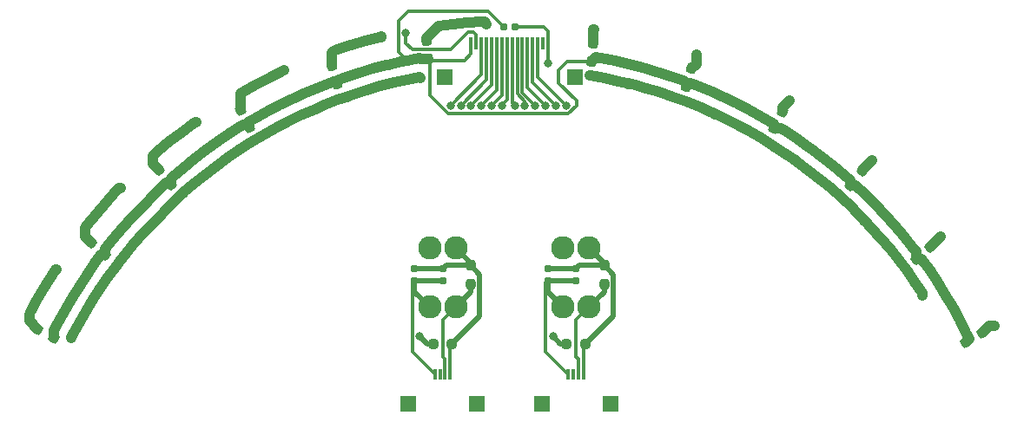
<source format=gbr>
%TF.GenerationSoftware,KiCad,Pcbnew,(6.0.4)*%
%TF.CreationDate,2022-08-25T18:27:48+09:00*%
%TF.ProjectId,total,746f7461-6c2e-46b6-9963-61645f706362,rev?*%
%TF.SameCoordinates,Original*%
%TF.FileFunction,Copper,L1,Top*%
%TF.FilePolarity,Positive*%
%FSLAX46Y46*%
G04 Gerber Fmt 4.6, Leading zero omitted, Abs format (unit mm)*
G04 Created by KiCad (PCBNEW (6.0.4)) date 2022-08-25 18:27:48*
%MOMM*%
%LPD*%
G01*
G04 APERTURE LIST*
G04 Aperture macros list*
%AMRoundRect*
0 Rectangle with rounded corners*
0 $1 Rounding radius*
0 $2 $3 $4 $5 $6 $7 $8 $9 X,Y pos of 4 corners*
0 Add a 4 corners polygon primitive as box body*
4,1,4,$2,$3,$4,$5,$6,$7,$8,$9,$2,$3,0*
0 Add four circle primitives for the rounded corners*
1,1,$1+$1,$2,$3*
1,1,$1+$1,$4,$5*
1,1,$1+$1,$6,$7*
1,1,$1+$1,$8,$9*
0 Add four rect primitives between the rounded corners*
20,1,$1+$1,$2,$3,$4,$5,0*
20,1,$1+$1,$4,$5,$6,$7,0*
20,1,$1+$1,$6,$7,$8,$9,0*
20,1,$1+$1,$8,$9,$2,$3,0*%
G04 Aperture macros list end*
%TA.AperFunction,SMDPad,CuDef*%
%ADD10RoundRect,0.155000X0.155000X-0.212500X0.155000X0.212500X-0.155000X0.212500X-0.155000X-0.212500X0*%
%TD*%
%TA.AperFunction,SMDPad,CuDef*%
%ADD11R,0.300000X1.000000*%
%TD*%
%TA.AperFunction,SMDPad,CuDef*%
%ADD12R,1.600000X1.600000*%
%TD*%
%TA.AperFunction,SMDPad,CuDef*%
%ADD13RoundRect,0.237500X-0.237500X0.250000X-0.237500X-0.250000X0.237500X-0.250000X0.237500X0.250000X0*%
%TD*%
%TA.AperFunction,ComponentPad*%
%ADD14C,2.286000*%
%TD*%
%TA.AperFunction,SMDPad,CuDef*%
%ADD15RoundRect,0.237500X0.250000X0.237500X-0.250000X0.237500X-0.250000X-0.237500X0.250000X-0.237500X0*%
%TD*%
%TA.AperFunction,SMDPad,CuDef*%
%ADD16RoundRect,0.237500X-0.035858X-0.342958X0.344345X-0.018234X0.035858X0.342958X-0.344345X0.018234X0*%
%TD*%
%TA.AperFunction,SMDPad,CuDef*%
%ADD17RoundRect,0.237500X0.030241X-0.343499X0.341498X0.047805X-0.030241X0.343499X-0.341498X-0.047805X0*%
%TD*%
%TA.AperFunction,SMDPad,CuDef*%
%ADD18RoundRect,0.237500X0.156716X-0.307159X0.298724X0.172251X-0.156716X0.307159X-0.298724X-0.172251X0*%
%TD*%
%TA.AperFunction,SMDPad,CuDef*%
%ADD19RoundRect,0.237500X0.212445X-0.271612X0.260368X0.226086X-0.212445X0.271612X-0.260368X-0.226086X0*%
%TD*%
%TA.AperFunction,SMDPad,CuDef*%
%ADD20R,0.300000X1.300000*%
%TD*%
%TA.AperFunction,SMDPad,CuDef*%
%ADD21RoundRect,0.155000X-0.212500X-0.155000X0.212500X-0.155000X0.212500X0.155000X-0.212500X0.155000X0*%
%TD*%
%TA.AperFunction,SMDPad,CuDef*%
%ADD22RoundRect,0.237500X0.298724X-0.172251X0.156716X0.307159X-0.298724X0.172251X-0.156716X-0.307159X0*%
%TD*%
%TA.AperFunction,SMDPad,CuDef*%
%ADD23RoundRect,0.237500X0.344345X0.018234X-0.035858X0.342958X-0.344345X-0.018234X0.035858X-0.342958X0*%
%TD*%
%TA.AperFunction,SMDPad,CuDef*%
%ADD24RoundRect,0.237500X-0.100638X-0.329815X0.334540X-0.083604X0.100638X0.329815X-0.334540X0.083604X0*%
%TD*%
%TA.AperFunction,SMDPad,CuDef*%
%ADD25RoundRect,0.237500X0.341498X-0.047805X0.030241X0.343499X-0.341498X0.047805X-0.030241X-0.343499X0*%
%TD*%
%TA.AperFunction,SMDPad,CuDef*%
%ADD26RoundRect,0.237500X0.334540X0.083604X-0.100638X0.329815X-0.334540X-0.083604X0.100638X-0.329815X0*%
%TD*%
%TA.AperFunction,SMDPad,CuDef*%
%ADD27RoundRect,0.237500X0.326102X-0.112087X0.095228X0.331418X-0.326102X0.112087X-0.095228X-0.331418X0*%
%TD*%
%TA.AperFunction,SMDPad,CuDef*%
%ADD28RoundRect,0.237500X0.095228X-0.331418X0.326102X0.112087X-0.095228X0.331418X-0.326102X-0.112087X0*%
%TD*%
%TA.AperFunction,SMDPad,CuDef*%
%ADD29RoundRect,0.237500X0.260368X-0.226086X0.212445X0.271612X-0.260368X0.226086X-0.212445X-0.271612X0*%
%TD*%
%TA.AperFunction,ViaPad*%
%ADD30C,0.800000*%
%TD*%
%TA.AperFunction,Conductor*%
%ADD31C,0.500000*%
%TD*%
%TA.AperFunction,Conductor*%
%ADD32C,0.300000*%
%TD*%
%TA.AperFunction,Conductor*%
%ADD33C,1.000000*%
%TD*%
G04 APERTURE END LIST*
D10*
%TO.P,C4,1*%
%TO.N,GND2*%
X154465475Y-78393530D03*
%TO.P,C4,2*%
%TO.N,+5V*%
X154465475Y-77258530D03*
%TD*%
D11*
%TO.P,J2,1,Pin_1*%
%TO.N,GND2*%
X153727975Y-87551030D03*
%TO.P,J2,2,Pin_2*%
%TO.N,unconnected-(J1-Pad2)*%
X154227975Y-87551030D03*
%TO.P,J2,3,Pin_3*%
%TO.N,Net-(J1-Pad3)*%
X154702975Y-87551030D03*
%TO.P,J2,4,Pin_4*%
%TO.N,+5V*%
X155202975Y-87551030D03*
D12*
%TO.P,J2,MP*%
%TO.N,N/C*%
X157815475Y-90426030D03*
X151115475Y-90426030D03*
%TD*%
D10*
%TO.P,C3,1*%
%TO.N,GND2*%
X151715475Y-78393530D03*
%TO.P,C3,2*%
%TO.N,+5V*%
X151715475Y-77258530D03*
%TD*%
D13*
%TO.P,R6,1*%
%TO.N,+5V*%
X157215475Y-76913530D03*
%TO.P,R6,2*%
%TO.N,Net-(J1-Pad3)*%
X157215475Y-78738530D03*
%TD*%
D14*
%TO.P,U2,1,Cathode*%
%TO.N,Net-(D1-Pad1)*%
X153195475Y-75201030D03*
%TO.P,U2,2,Vcc*%
%TO.N,+5V*%
X155735475Y-75201030D03*
%TO.P,U2,3,Vout*%
%TO.N,Net-(J1-Pad3)*%
X155735475Y-80951030D03*
%TO.P,U2,4,GND*%
%TO.N,GND2*%
X153195475Y-80951030D03*
%TD*%
D15*
%TO.P,R3,1*%
%TO.N,+5V*%
X155377975Y-84576030D03*
%TO.P,R3,2*%
%TO.N,Net-(D1-Pad2)*%
X153552975Y-84576030D03*
%TD*%
D13*
%TO.P,R2,1*%
%TO.N,+5V*%
X144215475Y-76913530D03*
%TO.P,R2,2*%
%TO.N,Net-(J1-Pad3)*%
X144215475Y-78738530D03*
%TD*%
D10*
%TO.P,C1,1*%
%TO.N,GND2*%
X138715475Y-78393530D03*
%TO.P,C1,2*%
%TO.N,+5V*%
X138715475Y-77258530D03*
%TD*%
D15*
%TO.P,R1,1*%
%TO.N,+5V*%
X142377975Y-84576030D03*
%TO.P,R1,2*%
%TO.N,Net-(D1-Pad2)*%
X140552975Y-84576030D03*
%TD*%
D10*
%TO.P,C2,1*%
%TO.N,GND2*%
X141465475Y-78393530D03*
%TO.P,C2,2*%
%TO.N,+5V*%
X141465475Y-77258530D03*
%TD*%
D11*
%TO.P,J1,1,Pin_1*%
%TO.N,GND2*%
X140727975Y-87551030D03*
%TO.P,J1,2,Pin_2*%
%TO.N,unconnected-(J1-Pad2)*%
X141227975Y-87551030D03*
%TO.P,J1,3,Pin_3*%
%TO.N,Net-(J1-Pad3)*%
X141702975Y-87551030D03*
%TO.P,J1,4,Pin_4*%
%TO.N,+5V*%
X142202975Y-87551030D03*
D12*
%TO.P,J1,MP*%
%TO.N,N/C*%
X144815475Y-90426030D03*
X138115475Y-90426030D03*
%TD*%
D14*
%TO.P,U1,1,Cathode*%
%TO.N,Net-(D1-Pad1)*%
X140195475Y-75201030D03*
%TO.P,U1,2,Vcc*%
%TO.N,+5V*%
X142735475Y-75201030D03*
%TO.P,U1,3,Vout*%
%TO.N,Net-(J1-Pad3)*%
X142735475Y-80951030D03*
%TO.P,U1,4,GND*%
%TO.N,GND2*%
X140195475Y-80951030D03*
%TD*%
D16*
%TO.P,R5,1*%
%TO.N,+3V3*%
X187606130Y-76268631D03*
%TO.P,R5,2*%
%TO.N,Net-(D5-Pad2)*%
X188993870Y-75083389D03*
%TD*%
D17*
%TO.P,R8,1*%
%TO.N,+3V3*%
X181231955Y-69090140D03*
%TO.P,R8,2*%
%TO.N,Net-(D7-Pad2)*%
X182368045Y-67661880D03*
%TD*%
D18*
%TO.P,R12,1*%
%TO.N,+3V3*%
X165240836Y-59450933D03*
%TO.P,R12,2*%
%TO.N,Net-(D11-Pad2)*%
X165759164Y-57701087D03*
%TD*%
D19*
%TO.P,R14,1*%
%TO.N,+3V3*%
X156012541Y-56984309D03*
%TO.P,R14,2*%
%TO.N,Net-(D13-Pad2)*%
X156187459Y-55167711D03*
%TD*%
D20*
%TO.P,J1,1,Pin_1*%
%TO.N,+3V3*%
X144250000Y-55226010D03*
%TO.P,J1,2,Pin_2*%
%TO.N,Net-(D1-Pad1)*%
X144750000Y-55226010D03*
%TO.P,J1,3,Pin_3*%
%TO.N,Net-(J1-Pad3)*%
X145250000Y-55226010D03*
%TO.P,J1,4,Pin_4*%
%TO.N,Net-(J1-Pad4)*%
X145750000Y-55226010D03*
%TO.P,J1,5,Pin_5*%
%TO.N,Net-(J1-Pad5)*%
X146250000Y-55226010D03*
%TO.P,J1,6,Pin_6*%
%TO.N,Net-(J1-Pad6)*%
X146750000Y-55226010D03*
%TO.P,J1,7,Pin_7*%
%TO.N,Net-(J1-Pad7)*%
X147250000Y-55226010D03*
%TO.P,J1,8,Pin_8*%
%TO.N,Net-(J1-Pad8)*%
X147750000Y-55226010D03*
%TO.P,J1,9,Pin_9*%
%TO.N,Net-(J1-Pad9)*%
X148250000Y-55226010D03*
%TO.P,J1,10,Pin_10*%
%TO.N,Net-(J1-Pad10)*%
X148750000Y-55226010D03*
%TO.P,J1,11,Pin_11*%
%TO.N,Net-(J1-Pad11)*%
X149250000Y-55226010D03*
%TO.P,J1,12,Pin_12*%
%TO.N,Net-(J1-Pad12)*%
X149750000Y-55226010D03*
%TO.P,J1,13,Pin_13*%
%TO.N,Net-(J1-Pad13)*%
X150250000Y-55226010D03*
%TO.P,J1,14,Pin_14*%
%TO.N,Net-(J1-Pad14)*%
X150750000Y-55226010D03*
%TO.P,J1,15,Pin_15*%
%TO.N,unconnected-(J1-Pad15)*%
X151250000Y-55226010D03*
%TO.P,J1,16,Pin_16*%
%TO.N,GND1*%
X151750000Y-55226010D03*
D12*
%TO.P,J1,MP*%
%TO.N,N/C*%
X141650000Y-58476010D03*
X154350000Y-58476010D03*
%TD*%
D21*
%TO.P,C1,1*%
%TO.N,+3V3*%
X147432500Y-53576010D03*
%TO.P,C1,2*%
%TO.N,GND1*%
X148567500Y-53576010D03*
%TD*%
D22*
%TO.P,R11,1*%
%TO.N,+3V3*%
X131159164Y-59200933D03*
%TO.P,R11,2*%
%TO.N,Net-(D10-Pad2)*%
X130640836Y-57451087D03*
%TD*%
D23*
%TO.P,R4,1*%
%TO.N,+3V3*%
X108593870Y-75868631D03*
%TO.P,R4,2*%
%TO.N,Net-(D4-Pad2)*%
X107206130Y-74683389D03*
%TD*%
D24*
%TO.P,R2,1*%
%TO.N,+3V3*%
X192505800Y-84425346D03*
%TO.P,R2,2*%
%TO.N,Net-(D2-Pad2)*%
X194094200Y-83526674D03*
%TD*%
D25*
%TO.P,R7,1*%
%TO.N,+3V3*%
X114968045Y-69040140D03*
%TO.P,R7,2*%
%TO.N,Net-(D6-Pad2)*%
X113831955Y-67611880D03*
%TD*%
D26*
%TO.P,R1,1*%
%TO.N,+3V3*%
X103594200Y-84025346D03*
%TO.P,R1,2*%
%TO.N,Net-(D1-Pad2)*%
X102005800Y-83126674D03*
%TD*%
D27*
%TO.P,R9,1*%
%TO.N,+3V3*%
X122621346Y-63385407D03*
%TO.P,R9,2*%
%TO.N,Net-(D8-Pad2)*%
X121778654Y-61766613D03*
%TD*%
D28*
%TO.P,R10,1*%
%TO.N,+3V3*%
X173778654Y-63485407D03*
%TO.P,R10,2*%
%TO.N,Net-(D9-Pad2)*%
X174621346Y-61866613D03*
%TD*%
D29*
%TO.P,R13,1*%
%TO.N,+3V3*%
X140087459Y-56734309D03*
%TO.P,R13,2*%
%TO.N,Net-(D12-Pad2)*%
X139912541Y-54917711D03*
%TD*%
D30*
%TO.N,Net-(D1-Pad2)*%
X152215475Y-83826030D03*
X139215475Y-83826030D03*
%TO.N,GND1*%
X168000000Y-62176010D03*
X175800000Y-66676010D03*
X188200000Y-79876010D03*
X151750000Y-57125032D03*
X110100000Y-76376010D03*
X116200000Y-69876010D03*
X105300000Y-83976010D03*
X139318242Y-58576010D03*
X159500000Y-59176010D03*
X155823816Y-58352194D03*
X132300000Y-60376010D03*
X182600000Y-72576010D03*
X124000000Y-64176010D03*
%TO.N,Net-(D1-Pad1)*%
X137900000Y-54176010D03*
%TO.N,Net-(D1-Pad2)*%
X103800000Y-77276010D03*
%TO.N,Net-(D2-Pad2)*%
X195250000Y-82826010D03*
%TO.N,Net-(J1-Pad3)*%
X142250000Y-61276510D03*
%TO.N,Net-(J1-Pad11)*%
X150500000Y-61276010D03*
%TO.N,Net-(D4-Pad2)*%
X110100000Y-69376010D03*
%TO.N,Net-(D5-Pad2)*%
X190000000Y-74076010D03*
%TO.N,Net-(D6-Pad2)*%
X117500000Y-62876010D03*
%TO.N,Net-(D7-Pad2)*%
X183300000Y-66676010D03*
%TO.N,Net-(D8-Pad2)*%
X126000000Y-57876010D03*
%TO.N,Net-(D9-Pad2)*%
X175300000Y-60776010D03*
%TO.N,Net-(D10-Pad2)*%
X135500000Y-54576010D03*
%TO.N,Net-(D11-Pad2)*%
X166250000Y-56326010D03*
%TO.N,Net-(D12-Pad2)*%
X145750000Y-53326010D03*
%TO.N,Net-(D13-Pad2)*%
X156250000Y-53826010D03*
%TO.N,Net-(J1-Pad4)*%
X143250000Y-61276510D03*
%TO.N,Net-(J1-Pad5)*%
X144250000Y-61276510D03*
%TO.N,Net-(J1-Pad6)*%
X145250000Y-61276010D03*
%TO.N,Net-(J1-Pad7)*%
X146250000Y-61276010D03*
%TO.N,Net-(J1-Pad8)*%
X147250000Y-61276010D03*
%TO.N,Net-(J1-Pad9)*%
X148500000Y-61276010D03*
%TO.N,Net-(J1-Pad10)*%
X149500000Y-61276010D03*
%TO.N,Net-(J1-Pad12)*%
X151500000Y-61276010D03*
%TO.N,Net-(J1-Pad13)*%
X152500000Y-61276010D03*
%TO.N,Net-(J1-Pad14)*%
X153500000Y-61276010D03*
%TD*%
D31*
%TO.N,+5V*%
X158089995Y-77788050D02*
X157215475Y-76913530D01*
%TO.N,GND2*%
X153195475Y-80951030D02*
X151715475Y-79471030D01*
%TO.N,+5V*%
X157215475Y-76913530D02*
X154810475Y-76913530D01*
D32*
%TO.N,GND2*%
X153727975Y-87551030D02*
X151515964Y-85339019D01*
D31*
%TO.N,+5V*%
X155377975Y-84576030D02*
X158089995Y-81864010D01*
D32*
%TO.N,GND2*%
X151515964Y-85339019D02*
X151515964Y-78593041D01*
D31*
X151715475Y-78393530D02*
X154465475Y-78393530D01*
D32*
X151515964Y-78593041D02*
X151715475Y-78393530D01*
D31*
%TO.N,+5V*%
X154810475Y-76913530D02*
X154465475Y-77258530D01*
D32*
X155202975Y-87551030D02*
X155202975Y-84751030D01*
D31*
X157215475Y-76913530D02*
X157215475Y-76681030D01*
X157215475Y-76681030D02*
X155735475Y-75201030D01*
D32*
X155202975Y-84751030D02*
X155377975Y-84576030D01*
D31*
%TO.N,GND2*%
X151715475Y-79471030D02*
X151715475Y-78393530D01*
%TO.N,+5V*%
X158089995Y-81864010D02*
X158089995Y-77788050D01*
X151715475Y-77258530D02*
X154465475Y-77258530D01*
D32*
%TO.N,Net-(J1-Pad3)*%
X154702975Y-87551030D02*
X154702975Y-86063530D01*
D31*
%TO.N,Net-(D1-Pad2)*%
X152215475Y-83826030D02*
X152965475Y-84576030D01*
D32*
%TO.N,Net-(J1-Pad3)*%
X154702975Y-86063530D02*
X154465475Y-85826030D01*
D31*
X157215475Y-78738530D02*
X157215475Y-79471030D01*
D32*
X154465475Y-85826030D02*
X154465475Y-82221030D01*
D31*
X157215475Y-79471030D02*
X155735475Y-80951030D01*
D32*
X154465475Y-82221030D02*
X155735475Y-80951030D01*
D31*
%TO.N,Net-(D1-Pad2)*%
X152965475Y-84576030D02*
X153552975Y-84576030D01*
D32*
%TO.N,GND2*%
X140727975Y-87551030D02*
X138515964Y-85339019D01*
D31*
X138715475Y-79471030D02*
X138715475Y-78393530D01*
X140195475Y-80951030D02*
X138715475Y-79471030D01*
D32*
X138515964Y-78593041D02*
X138715475Y-78393530D01*
D31*
X138715475Y-78393530D02*
X141465475Y-78393530D01*
D32*
X138515964Y-85339019D02*
X138515964Y-78593041D01*
D31*
%TO.N,+5V*%
X142377975Y-84576030D02*
X145089995Y-81864010D01*
X144215475Y-76913530D02*
X141810475Y-76913530D01*
X145089995Y-77788050D02*
X144215475Y-76913530D01*
X138715475Y-77258530D02*
X141465475Y-77258530D01*
X145089995Y-81864010D02*
X145089995Y-77788050D01*
D32*
X142202975Y-87551030D02*
X142202975Y-84751030D01*
X142202975Y-84751030D02*
X142377975Y-84576030D01*
D31*
X144215475Y-76681030D02*
X142735475Y-75201030D01*
X141810475Y-76913530D02*
X141465475Y-77258530D01*
X144215475Y-76913530D02*
X144215475Y-76681030D01*
%TO.N,Net-(D1-Pad2)*%
X139215475Y-83826030D02*
X139965475Y-84576030D01*
X139965475Y-84576030D02*
X140552975Y-84576030D01*
D32*
%TO.N,Net-(J1-Pad3)*%
X141465475Y-85826030D02*
X141465475Y-82221030D01*
D31*
X144215475Y-78738530D02*
X144215475Y-79471030D01*
D32*
X141702975Y-87551030D02*
X141702975Y-86063530D01*
X141465475Y-82221030D02*
X142735475Y-80951030D01*
X141702975Y-86063530D02*
X141465475Y-85826030D01*
D31*
X144215475Y-79471030D02*
X142735475Y-80951030D01*
D33*
%TO.N,+3V3*%
X133340650Y-58079805D02*
X134684536Y-57685672D01*
X104635128Y-81280456D02*
X103967875Y-82511795D01*
X109341026Y-74330693D02*
X110236637Y-73253967D01*
X167586682Y-59890695D02*
X166291831Y-59357021D01*
X138775251Y-56732483D02*
X139244063Y-56650765D01*
X173778654Y-63076582D02*
X172600378Y-62383332D01*
X187606130Y-75547796D02*
X187310546Y-75154519D01*
X128092035Y-60029781D02*
X129383037Y-59487023D01*
X160977809Y-57593070D02*
X159620893Y-57246506D01*
X114648921Y-68724931D02*
X114652836Y-68724931D01*
D32*
X145932980Y-52076490D02*
X138099520Y-52076490D01*
X140087459Y-56734309D02*
X140237459Y-56884309D01*
X142000000Y-62076010D02*
X140250000Y-60326010D01*
D33*
X165240836Y-59450933D02*
X165240836Y-59118392D01*
D32*
X156012541Y-56984309D02*
X153620851Y-56984309D01*
D33*
X130873434Y-58915203D02*
X131159164Y-59200933D01*
D32*
X153689259Y-62076010D02*
X142000000Y-62076010D01*
D33*
X168865965Y-60460630D02*
X167586682Y-59890695D01*
X181231955Y-68617116D02*
X180587249Y-68041262D01*
X114500000Y-68859846D02*
X114648921Y-68724931D01*
X122280932Y-63044993D02*
X122621346Y-63385407D01*
X174994013Y-63837427D02*
X174432523Y-63485407D01*
X106072322Y-78876648D02*
X105336778Y-80068451D01*
X173778654Y-63485407D02*
X173778654Y-63076582D01*
X107642615Y-76557612D02*
X106841147Y-77706046D01*
X182650179Y-69936812D02*
X181754398Y-69090140D01*
X189738582Y-78581994D02*
X188961525Y-77416827D01*
X192505800Y-84425346D02*
X192825460Y-84105686D01*
X159620893Y-57246506D02*
X158254709Y-56938298D01*
X171373779Y-61707428D02*
X170128622Y-61066346D01*
X187606130Y-76268631D02*
X187606130Y-75547796D01*
X108593870Y-75868631D02*
X108593870Y-75282242D01*
X110236637Y-73253967D02*
X111162215Y-72202913D01*
X132008423Y-58511633D02*
X133340650Y-58079805D01*
X191868581Y-82202229D02*
X191192673Y-80975623D01*
X139288009Y-56694711D02*
X140047861Y-56694711D01*
X158254709Y-56938298D02*
X156880450Y-56668713D01*
D32*
X154500000Y-60826010D02*
X154500000Y-61265269D01*
D33*
X108152892Y-75868631D02*
X107642615Y-76557612D01*
X164982494Y-58860050D02*
X163659677Y-58400163D01*
X140047861Y-56694711D02*
X140087459Y-56734309D01*
X186437916Y-74059147D02*
X185534748Y-72988761D01*
X118415929Y-65631438D02*
X119553011Y-64813835D01*
X178421491Y-66265465D02*
X177301967Y-65424039D01*
D32*
X138099520Y-52076490D02*
X137200489Y-52975521D01*
D33*
X121893940Y-63276368D02*
X122280932Y-63044993D01*
X192509664Y-83447389D02*
X191868581Y-82202229D01*
X119553011Y-64813835D02*
X120712630Y-64028621D01*
X162324448Y-57977730D02*
X160977809Y-57593070D01*
X183639198Y-70925832D02*
X183146424Y-70429574D01*
X179516865Y-67138096D02*
X178421491Y-66265465D01*
X165598071Y-59093698D02*
X165240836Y-59450933D01*
X181231955Y-69090140D02*
X181231955Y-68617116D01*
X108593870Y-75282242D02*
X109341026Y-74330693D01*
X187310546Y-75154519D02*
X186437916Y-74059147D01*
X125558375Y-61223338D02*
X126816792Y-60608714D01*
X136038979Y-57329559D02*
X136205603Y-57290734D01*
X137402937Y-57011740D02*
X138053371Y-56879381D01*
X114968045Y-68435822D02*
X115149160Y-68271742D01*
X122621346Y-63385407D02*
X122621346Y-62841465D01*
X188147904Y-76268631D02*
X187606130Y-76268631D01*
D32*
X143591701Y-56884309D02*
X144250000Y-56226010D01*
D33*
X181754398Y-69090140D02*
X181231955Y-69090140D01*
X191192673Y-80975623D02*
X190482493Y-79768573D01*
X188961525Y-77416827D02*
X188151970Y-76274040D01*
X172600378Y-62383332D02*
X171373779Y-61707428D01*
X129383037Y-59487023D02*
X130688826Y-58980845D01*
D32*
X144250000Y-56226010D02*
X144250000Y-55226010D01*
X140250000Y-56896850D02*
X140087459Y-56734309D01*
D33*
X105336778Y-80068451D02*
X104635128Y-81280456D01*
X136205603Y-57290734D02*
X137402937Y-57011740D01*
X114652836Y-68724931D02*
X114968045Y-69040140D01*
X114968045Y-69040140D02*
X114968045Y-68435822D01*
X184601814Y-71944281D02*
X183639198Y-70925832D01*
X166291831Y-59357021D02*
X165598071Y-59093698D01*
D32*
X137200489Y-52975521D02*
X137200489Y-56026499D01*
D33*
X115149160Y-68271742D02*
X116213164Y-67361050D01*
X156407199Y-56589651D02*
X156012541Y-56984309D01*
X103594200Y-83250309D02*
X103594200Y-84025346D01*
X124317728Y-61873194D02*
X125558375Y-61223338D01*
D32*
X137200489Y-56026499D02*
X138053371Y-56879381D01*
D33*
X156880450Y-56668713D02*
X156407199Y-56589651D01*
X130688826Y-58980845D02*
X130873434Y-58915203D01*
X170128622Y-61066346D02*
X168865965Y-60460630D01*
X134684536Y-57685672D02*
X136038979Y-57329559D01*
X120712630Y-64028621D02*
X121893940Y-63276368D01*
X117302395Y-66480702D02*
X118415929Y-65631438D01*
X139244063Y-56650765D02*
X139288009Y-56694711D01*
D32*
X140237459Y-56884309D02*
X143591701Y-56884309D01*
D33*
X177178052Y-65336256D02*
X176159175Y-64614480D01*
X190482493Y-79768573D02*
X189738582Y-78581994D01*
X116213164Y-67361050D02*
X117302395Y-66480702D01*
X131159164Y-58813606D02*
X132008423Y-58511633D01*
X176159175Y-64614480D02*
X174994013Y-63837427D01*
X122621346Y-62841465D02*
X123095991Y-62557683D01*
D32*
X147432500Y-53576010D02*
X145932980Y-52076490D01*
X140250000Y-60326010D02*
X140250000Y-56896850D01*
D33*
X131159164Y-59200933D02*
X131159164Y-58813606D01*
X174432523Y-63485407D02*
X173778654Y-63485407D01*
X192825460Y-84105686D02*
X192509664Y-83447389D01*
X165240836Y-59118392D02*
X164982494Y-58860050D01*
X111162215Y-72202913D02*
X114500000Y-68865128D01*
D32*
X152750000Y-59076010D02*
X154500000Y-60826010D01*
D33*
X163659677Y-58400163D02*
X162324448Y-57977730D01*
X123095991Y-62557683D02*
X124317728Y-61873194D01*
X188151970Y-76274040D02*
X188147904Y-76268631D01*
X103967875Y-82511795D02*
X103594200Y-83250309D01*
X180587249Y-68041262D02*
X179516865Y-67138096D01*
X108593870Y-75868631D02*
X108152892Y-75868631D01*
D32*
X153620851Y-56984309D02*
X152750000Y-57855160D01*
D33*
X114500000Y-68865128D02*
X114500000Y-68859846D01*
D32*
X152750000Y-57855160D02*
X152750000Y-59076010D01*
D33*
X126816792Y-60608714D02*
X128092035Y-60029781D01*
D32*
X154500000Y-61265269D02*
X153689259Y-62076010D01*
D33*
X106841147Y-77706046D02*
X106072322Y-78876648D01*
X185534748Y-72988761D02*
X184601814Y-71944281D01*
X177301967Y-65424039D02*
X177178052Y-65336256D01*
X138053371Y-56879381D02*
X138775251Y-56732483D01*
X183146424Y-70429574D02*
X182650179Y-69936812D01*
%TO.N,GND1*%
X166477694Y-61417520D02*
X167742551Y-61968338D01*
X180353623Y-70296547D02*
X181357563Y-71244222D01*
X120480972Y-66408416D02*
X121621152Y-65631627D01*
X117201358Y-68931214D02*
X118270166Y-68058889D01*
X135388766Y-59398590D02*
X136724693Y-59054350D01*
X132062101Y-60469324D02*
X131608393Y-60603719D01*
X158603685Y-58896687D02*
X159418051Y-59094061D01*
D32*
X151300000Y-53576010D02*
X151750000Y-54026010D01*
D33*
X128887854Y-61688390D02*
X127631049Y-62257385D01*
X126391149Y-62862371D02*
X125169214Y-63502829D01*
X108055619Y-79197159D02*
X108832404Y-78056984D01*
X122783206Y-64888043D02*
X123966254Y-64178227D01*
X162595249Y-59986799D02*
X163902963Y-60426335D01*
X168184207Y-62176010D02*
X168991093Y-62555417D01*
X182331781Y-72218440D02*
X182600000Y-72502584D01*
X181357563Y-71244222D02*
X181846437Y-71729586D01*
X188200000Y-79593252D02*
X188200000Y-79876010D01*
X125169214Y-63502829D02*
X124000000Y-64159281D01*
X155823816Y-58352194D02*
X155896840Y-58363329D01*
X132190792Y-60469324D02*
X132062101Y-60469324D01*
X138070077Y-58748731D02*
X139257077Y-58514845D01*
X183279465Y-73222389D02*
X184197156Y-74252484D01*
X175891246Y-66676010D02*
X176080590Y-66809042D01*
X132300000Y-60360116D02*
X132190792Y-60469324D01*
X170222123Y-63178196D02*
X171434706Y-63836197D01*
X167836508Y-62012518D02*
X168000000Y-62176010D01*
X168000000Y-62176010D02*
X168184207Y-62176010D01*
X131608393Y-60603719D02*
X131448042Y-60660199D01*
X116200000Y-69797748D02*
X117201358Y-68931214D01*
X171434706Y-63836197D02*
X172627816Y-64528866D01*
X161275412Y-59585132D02*
X162595249Y-59986799D01*
D32*
X151750000Y-55226010D02*
X151750000Y-57125032D01*
D33*
X175837654Y-66638356D02*
X175800000Y-66676010D01*
X109641709Y-76939689D02*
X110075312Y-76376010D01*
X173800497Y-65255647D02*
X174951766Y-66015934D01*
X110100000Y-76343915D02*
X110482878Y-75846177D01*
X159418051Y-59094061D02*
X159500000Y-59176010D01*
X105300000Y-83976010D02*
X105300000Y-83941137D01*
X182600000Y-72502584D02*
X182600000Y-72576010D01*
X175800000Y-66676010D02*
X175891246Y-66676010D01*
X118270166Y-68058889D02*
X119363674Y-67217722D01*
X172627816Y-64528866D02*
X173800497Y-65255647D01*
X179323526Y-69378854D02*
X180353623Y-70296547D01*
X159944514Y-59221658D02*
X161275412Y-59585132D01*
X174951766Y-66015934D02*
X175837654Y-66638356D01*
X110075312Y-76376010D02*
X110100000Y-76376010D01*
X177186099Y-67634358D02*
X178267384Y-68491203D01*
X139257077Y-58514845D02*
X139318242Y-58576010D01*
X181846437Y-71729586D02*
X182331781Y-72218440D01*
X165197502Y-60903386D02*
X166477694Y-61417520D01*
X110100000Y-76376010D02*
X110100000Y-76343915D01*
X132300000Y-60360116D02*
X132749321Y-60201853D01*
X168991093Y-62555417D02*
X170222123Y-63178196D01*
X130160581Y-61155829D02*
X128887854Y-61688390D01*
X155896840Y-58363329D02*
X157254102Y-58610502D01*
X184197156Y-74252484D02*
X185084807Y-75308626D01*
X123966254Y-64178227D02*
X124000000Y-64159281D01*
X134063230Y-59781209D02*
X135388766Y-59398590D01*
X167742551Y-61968338D02*
X167836508Y-62012518D01*
D32*
X151750000Y-54026010D02*
X151750000Y-55226010D01*
D33*
X176080590Y-66809042D02*
X177186099Y-67634358D01*
X127631049Y-62257385D02*
X126391149Y-62862371D01*
X107312033Y-80359216D02*
X108055619Y-79197159D01*
X159500000Y-59176010D02*
X159549975Y-59126035D01*
X185941654Y-76389914D02*
X186766968Y-77495421D01*
X121621152Y-65631627D02*
X122783206Y-64888043D01*
X116200000Y-69876010D02*
X116200000Y-69797748D01*
D32*
X148567500Y-53576010D02*
X151300000Y-53576010D01*
D33*
X131448042Y-60660199D02*
X130160581Y-61155829D01*
X182669311Y-72576010D02*
X183279465Y-73222389D01*
X132300000Y-60376010D02*
X132300000Y-60360116D01*
X111355203Y-74777369D02*
X112257992Y-73734116D01*
X112257992Y-73734116D02*
X116116098Y-69876010D01*
X116116098Y-69876010D02*
X116200000Y-69876010D01*
X136724693Y-59054350D02*
X138070077Y-58748731D01*
X106602220Y-81542259D02*
X107312033Y-80359216D01*
X163902963Y-60426335D02*
X165197502Y-60903386D01*
X159549975Y-59126035D02*
X159944514Y-59221658D01*
X105300000Y-83941137D02*
X105926820Y-82745222D01*
X124000000Y-64159281D02*
X124000000Y-64176010D01*
X186766968Y-77495421D02*
X187560077Y-78624245D01*
X182600000Y-72576010D02*
X182669311Y-72576010D01*
X187560077Y-78624245D02*
X188200000Y-79593252D01*
X110482878Y-75846177D02*
X111355203Y-74777369D01*
X108832404Y-78056984D02*
X109641709Y-76939689D01*
X185084807Y-75308626D02*
X185941654Y-76389914D01*
X132749321Y-60201853D02*
X134063230Y-59781209D01*
X157254102Y-58610502D02*
X158603685Y-58896687D01*
X119363674Y-67217722D02*
X120480972Y-66408416D01*
X105926820Y-82745222D02*
X106602220Y-81542259D01*
X178267384Y-68491203D02*
X179323526Y-69378854D01*
D32*
%TO.N,Net-(D1-Pad1)*%
X143975000Y-54076010D02*
X142225000Y-55826010D01*
X144750000Y-54326988D02*
X144499022Y-54076010D01*
X144499022Y-54076010D02*
X143975000Y-54076010D01*
X138500000Y-55826010D02*
X137900000Y-55226010D01*
X144750000Y-55226010D02*
X144750000Y-54326988D01*
X137900000Y-55226010D02*
X137900000Y-54176010D01*
X142225000Y-55826010D02*
X138500000Y-55826010D01*
D33*
%TO.N,Net-(D1-Pad2)*%
X101200000Y-82320874D02*
X102005800Y-83126674D01*
X103462278Y-77712714D02*
X102714638Y-78945049D01*
X103800000Y-77276010D02*
X103743893Y-77276010D01*
X102714638Y-78945049D02*
X102001080Y-80197449D01*
X102001080Y-80197449D02*
X101322169Y-81468911D01*
X101322169Y-81468911D02*
X101200000Y-81713641D01*
X101200000Y-81713641D02*
X101200000Y-82320874D01*
X103743893Y-77276010D02*
X103462278Y-77712714D01*
%TO.N,Net-(D2-Pad2)*%
X195250000Y-82826010D02*
X194794864Y-82826010D01*
X194794864Y-82826010D02*
X194094200Y-83526674D01*
D32*
%TO.N,Net-(J1-Pad3)*%
X145250000Y-58276510D02*
X145250000Y-55226010D01*
X142250000Y-61276510D02*
X145250000Y-58276510D01*
%TO.N,Net-(J1-Pad11)*%
X150500000Y-61276010D02*
X149250000Y-60026010D01*
X149250000Y-60026010D02*
X149250000Y-55226010D01*
D33*
%TO.N,Net-(D4-Pad2)*%
X106782107Y-73002134D02*
X106600000Y-73239180D01*
X108630731Y-70790484D02*
X107691245Y-71883632D01*
X106600000Y-73239180D02*
X106600000Y-74077259D01*
X106600000Y-74077259D02*
X107206130Y-74683389D01*
X109933351Y-69376010D02*
X109599847Y-69723530D01*
X109599847Y-69723530D02*
X108630731Y-70790484D01*
X107691245Y-71883632D02*
X106782107Y-73002134D01*
X110100000Y-69376010D02*
X109933351Y-69376010D01*
%TO.N,Net-(D5-Pad2)*%
X190000000Y-74076010D02*
X190000000Y-74077259D01*
X190000000Y-74077259D02*
X188993870Y-75083389D01*
%TO.N,Net-(D6-Pad2)*%
X113200000Y-66226127D02*
X113200000Y-66979925D01*
X113757837Y-65733239D02*
X113200000Y-66226127D01*
X115994635Y-63915132D02*
X114863753Y-64808852D01*
X117400425Y-62876010D02*
X117149601Y-63052781D01*
X117149601Y-63052781D02*
X115994635Y-63915132D01*
X117500000Y-62876010D02*
X117400425Y-62876010D01*
X113200000Y-66979925D02*
X113831955Y-67611880D01*
X114863753Y-64808852D02*
X113757837Y-65733239D01*
%TO.N,Net-(D7-Pad2)*%
X182368045Y-67661880D02*
X182368045Y-67607965D01*
X182368045Y-67607965D02*
X183300000Y-66676010D01*
%TO.N,Net-(D8-Pad2)*%
X121778654Y-60143684D02*
X121992729Y-59929609D01*
X124535536Y-58571851D02*
X125833870Y-57945822D01*
X121778654Y-61766613D02*
X121778654Y-60143684D01*
X125833870Y-57945822D02*
X125989425Y-57876010D01*
X125989425Y-57876010D02*
X126000000Y-57876010D01*
X121992729Y-59929609D02*
X123254841Y-59233274D01*
X123254841Y-59233274D02*
X124535536Y-58571851D01*
%TO.N,Net-(D9-Pad2)*%
X174621346Y-61454664D02*
X175300000Y-60776010D01*
X174621346Y-61866613D02*
X174621346Y-61454664D01*
%TO.N,Net-(D10-Pad2)*%
X130640836Y-56118130D02*
X130640836Y-57451087D01*
X135333260Y-54590465D02*
X133939289Y-54957155D01*
X135480105Y-54556115D02*
X135333260Y-54590465D01*
X132555899Y-55361950D02*
X131184136Y-55804544D01*
X131184136Y-55804544D02*
X130828971Y-55929995D01*
X130828971Y-55929995D02*
X130640836Y-56118130D01*
X135500000Y-54576010D02*
X135480105Y-54556115D01*
X133939289Y-54957155D02*
X132555899Y-55361950D01*
%TO.N,Net-(D11-Pad2)*%
X166250000Y-57210251D02*
X165759164Y-57701087D01*
X166250000Y-56326010D02*
X166250000Y-57210251D01*
%TO.N,Net-(D12-Pad2)*%
X142424924Y-53337226D02*
X141076090Y-53499920D01*
X143860152Y-53203940D02*
X142424924Y-53337226D01*
X139912541Y-54663469D02*
X139912541Y-54917711D01*
X145298500Y-53110078D02*
X143860152Y-53203940D01*
X145750000Y-53326010D02*
X145525500Y-53101510D01*
X141076090Y-53499920D02*
X139912541Y-54663469D01*
X145525500Y-53101510D02*
X145298500Y-53110078D01*
%TO.N,Net-(D13-Pad2)*%
X156250000Y-53826010D02*
X156187459Y-53888551D01*
X156187459Y-53888551D02*
X156187459Y-55167711D01*
D32*
%TO.N,Net-(J1-Pad4)*%
X145750000Y-58776510D02*
X145750000Y-55226010D01*
X143250000Y-61276510D02*
X145750000Y-58776510D01*
%TO.N,Net-(J1-Pad5)*%
X144250000Y-61276510D02*
X146250000Y-59276510D01*
X146250000Y-59276510D02*
X146250000Y-55226010D01*
%TO.N,Net-(J1-Pad6)*%
X146750000Y-59776010D02*
X146750000Y-55226010D01*
X145250000Y-61276010D02*
X146750000Y-59776010D01*
%TO.N,Net-(J1-Pad7)*%
X147250000Y-60276010D02*
X147250000Y-55226010D01*
X146250000Y-61276010D02*
X147250000Y-60276010D01*
%TO.N,Net-(J1-Pad8)*%
X147250000Y-61236751D02*
X147750000Y-60736751D01*
X147750000Y-60736751D02*
X147750000Y-55226010D01*
X147250000Y-61276010D02*
X147250000Y-61236751D01*
%TO.N,Net-(J1-Pad9)*%
X148250000Y-61026010D02*
X148250000Y-55226010D01*
X148500000Y-61276010D02*
X148250000Y-61026010D01*
%TO.N,Net-(J1-Pad10)*%
X148750000Y-60161728D02*
X148750000Y-55226010D01*
X149500000Y-60911728D02*
X148750000Y-60161728D01*
X149500000Y-61276010D02*
X149500000Y-60911728D01*
%TO.N,Net-(J1-Pad12)*%
X151500000Y-61276010D02*
X149750000Y-59526010D01*
X149750000Y-59526010D02*
X149750000Y-55226010D01*
%TO.N,Net-(J1-Pad13)*%
X150250000Y-59026010D02*
X150250000Y-55226010D01*
X152500000Y-61276010D02*
X150250000Y-59026010D01*
%TO.N,Net-(J1-Pad14)*%
X150750000Y-58526010D02*
X150750000Y-55226010D01*
X153500000Y-61276010D02*
X150750000Y-58526010D01*
%TD*%
M02*

</source>
